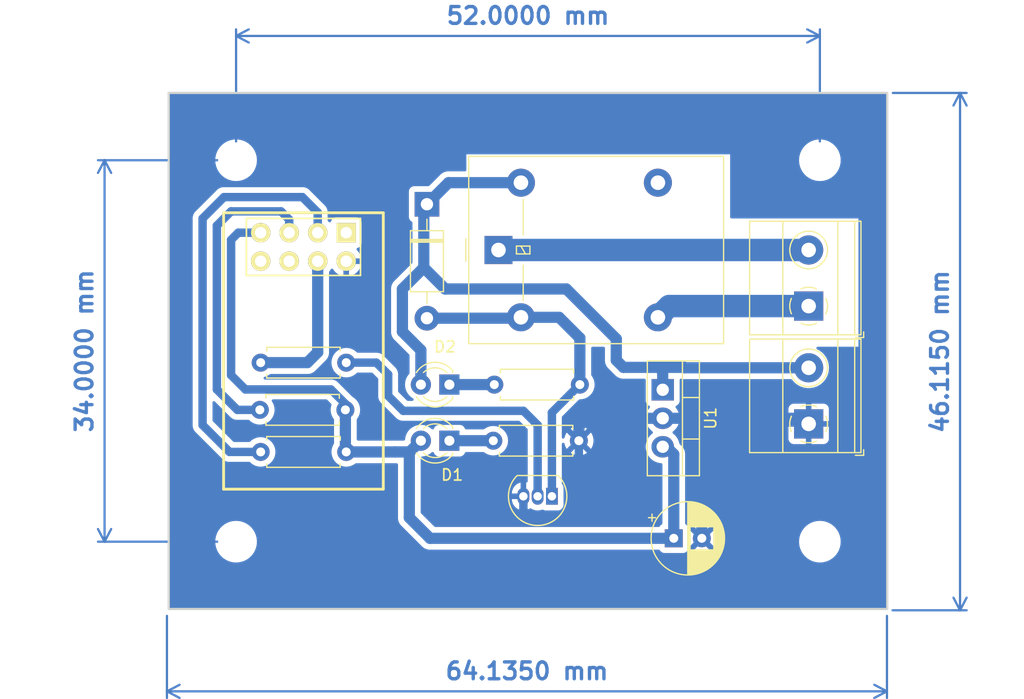
<source format=kicad_pcb>
(kicad_pcb (version 20221018) (generator pcbnew)
  (title_block (title "RELÉ WIFI CON ESP-01") (date "2023-09-06") (rev "1") (company "Lucas Martín Treser"))
  (layers (0 "F.Cu" signal) (31 "B.Cu" signal) (34 "B.Paste" user) (35 "F.Paste" user) (36 "B.SilkS" user "B.Silkscreen") (37 "F.SilkS" user "F.Silkscreen") (38 "B.Mask" user) (39 "F.Mask" user) (44 "Edge.Cuts" user))
  (net 0 "")
  (net 1 "+3.3V")
  (net 2 "GND")
  (net 3 "Net-(D1-K)")
  (net 4 "Net-(D2-K)")
  (net 5 "+12V")
  (net 6 "Net-(D3-A)")
  (net 7 "Net-(J2-Pin_1)")
  (net 8 "Net-(J2-Pin_2)")
  (net 9 "/TX")
  (net 10 "/RX")
  (net 13 "Net-(Q1-B)")
  (net 14 "/RST")
  (net 15 "Net-(U2-CH_PD)")
  (net 16 "/GPIO2")
  (footprint "Resistor_THT:R_Axial_DIN0207_L6.3mm_D2.5mm_P7.62mm_Horizontal" (layer "F.Cu") (at 149.0856 105.535 180)
    (fp_text reference "R3" hide)
    (fp_text value "470" hide)
    (fp_line (start 0.54 -1.37) (end 7.08 -1.37) (stroke (width 0.12)) (layer "F.SilkS"))
    (fp_line (start 0.54 -1.04) (end 0.54 -1.37) (stroke (width 0.12)) (layer "F.SilkS"))
    (fp_line (start 0.54 1.04) (end 0.54 1.37) (stroke (width 0.12)) (layer "F.SilkS"))
    (fp_line (start 0.54 1.37) (end 7.08 1.37) (stroke (width 0.12)) (layer "F.SilkS"))
    (fp_line (start 7.08 -1.37) (end 7.08 -1.04) (stroke (width 0.12)) (layer "F.SilkS"))
    (fp_line (start 7.08 1.37) (end 7.08 1.04) (stroke (width 0.12)) (layer "F.SilkS"))
    (pad "1" thru_hole circle (at 0 0 180) (size 1.6 1.6) (drill 0.8) (layers "*.Cu" "*.Mask") (net 2 "GND"))
    (pad "2" thru_hole oval (at 7.62 0 180) (size 1.6 1.6) (drill 0.8) (layers "*.Cu" "*.Mask") (net 3 "Net-(D1-K)"))
  )
  (footprint "MountingHole:MountingHole_3.2mm_M3" (layer "F.Cu") (at 170.554 80.535)
    (fp_text reference "REF02" hide)
    (fp_text value "MountingHole_3.2mm_M3" hide)
    (pad "" np_thru_hole circle (at 0 0) (size 3.2 3.2) (drill 3.2) (layers "*.Cu" "*.Mask"))
  )
  (footprint "MountingHole:MountingHole_3.2mm_M3" (layer "F.Cu") (at 170.554 114.535)
    (fp_text reference "REF03" hide)
    (fp_text value "MountingHole_3.2mm_M3" hide)
    (pad "" np_thru_hole circle (at 0 0) (size 3.2 3.2) (drill 3.2) (layers "F&B.Cu" "*.Mask"))
  )
  (footprint "TerminalBlock_Phoenix:TerminalBlock_Phoenix_MKDS-1,5-2_1x02_P5.00mm_Horizontal" (layer "F.Cu") (at 169.554 93.535 90)
    (fp_text reference "J2" hide)
    (fp_text value "Screw_Terminal_01x02" hide)
    (fp_line (start -2.8 4.16) (end -2.8 4.9) (stroke (width 0.12)) (layer "F.SilkS"))
    (fp_line (start -2.8 4.9) (end -2.3 4.9) (stroke (width 0.12)) (layer "F.SilkS"))
    (fp_line (start -2.56 -5.261) (end -2.56 4.66) (stroke (width 0.12)) (layer "F.SilkS"))
    (fp_line (start -2.56 -5.261) (end 7.56 -5.261) (stroke (width 0.12)) (layer "F.SilkS"))
    (fp_line (start -2.56 -2.301) (end 7.56 -2.301) (stroke (width 0.12)) (layer "F.SilkS"))
    (fp_line (start -2.56 2.6) (end 7.56 2.6) (stroke (width 0.12)) (layer "F.SilkS"))
    (fp_line (start -2.56 4.1) (end 7.56 4.1) (stroke (width 0.12)) (layer "F.SilkS"))
    (fp_line (start -2.56 4.66) (end 7.56 4.66) (stroke (width 0.12)) (layer "F.SilkS"))
    (fp_line (start 3.773 1.023) (end 3.726 1.069) (stroke (width 0.12)) (layer "F.SilkS"))
    (fp_line (start 3.966 1.239) (end 3.931 1.274) (stroke (width 0.12)) (layer "F.SilkS"))
    (fp_line (start 6.07 -1.275) (end 6.035 -1.239) (stroke (width 0.12)) (layer "F.SilkS"))
    (fp_line (start 6.275 -1.069) (end 6.228 -1.023) (stroke (width 0.12)) (layer "F.SilkS"))
    (fp_line (start 7.56 -5.261) (end 7.56 4.66) (stroke (width 0.12)) (layer "F.SilkS"))
    (fp_arc (start -1.535427 0.683042) (mid -1.680501 -0.000524) (end -1.535 -0.684) (stroke (width 0.12)) (layer "F.SilkS"))
    (fp_arc (start -0.683042 -1.535427) (mid 0.000524 -1.680501) (end 0.684 -1.535) (stroke (width 0.12)) (layer "F.SilkS"))
    (fp_arc (start 0.028805 1.680253) (mid -0.335551 1.646659) (end -0.684 1.535) (stroke (width 0.12)) (layer "F.SilkS"))
    (fp_arc (start 0.683318 1.534756) (mid 0.349292 1.643288) (end 0 1.68) (stroke (width 0.12)) (layer "F.SilkS"))
    (fp_arc (start 1.535427 -0.683042) (mid 1.680501 0.000524) (end 1.535 0.684) (stroke (width 0.12)) (layer "F.SilkS"))
    (fp_circle (center 5 0) (end 6.68 0) (stroke (width 0.12)) (fill none) (layer "F.SilkS"))
    (pad "1" thru_hole rect (at 0 0 90) (size 2.6 2.6) (drill 1.3) (layers "*.Cu" "*.Mask") (net 7 "Net-(J2-Pin_1)"))
    (pad "2" thru_hole circle (at 5 0 90) (size 2.6 2.6) (drill 1.3) (layers "*.Cu" "*.Mask") (net 8 "Net-(J2-Pin_2)"))
  )
  (footprint "Diode_THT:D_DO-41_SOD81_P10.16mm_Horizontal" (layer "F.Cu") (at 135.554 84.455 -90)
    (fp_text reference "D3" hide)
    (fp_text value "1N4007" hide)
    (fp_line (start 1.34 0) (end 2.36 0) (stroke (width 0.12)) (layer "F.SilkS"))
    (fp_line (start 2.36 -1.47) (end 2.36 1.47) (stroke (width 0.12)) (layer "F.SilkS"))
    (fp_line (start 2.36 1.47) (end 7.8 1.47) (stroke (width 0.12)) (layer "F.SilkS"))
    (fp_line (start 3.14 -1.47) (end 3.14 1.47) (stroke (width 0.12)) (layer "F.SilkS"))
    (fp_line (start 3.26 -1.47) (end 3.26 1.47) (stroke (width 0.12)) (layer "F.SilkS"))
    (fp_line (start 3.38 -1.47) (end 3.38 1.47) (stroke (width 0.12)) (layer "F.SilkS"))
    (fp_line (start 7.8 -1.47) (end 2.36 -1.47) (stroke (width 0.12)) (layer "F.SilkS"))
    (fp_line (start 7.8 1.47) (end 7.8 -1.47) (stroke (width 0.12)) (layer "F.SilkS"))
    (fp_line (start 8.82 0) (end 7.8 0) (stroke (width 0.12)) (layer "F.SilkS"))
    (pad "1" thru_hole rect (at 0 0 270) (size 2.2 2.2) (drill 1.1) (layers "*.Cu" "*.Mask") (net 5 "+12V"))
    (pad "2" thru_hole oval (at 10.16 0 270) (size 2.2 2.2) (drill 1.1) (layers "*.Cu" "*.Mask") (net 6 "Net-(D3-A)"))
  )
  (footprint "Package_TO_SOT_THT:TO-92_Inline" (layer "F.Cu") (at 146.685 110.49 180)
    (fp_text reference "Q1" hide)
    (fp_text value "BC548" hide)
    (fp_line (start -0.53 1.85) (end 3.07 1.85) (stroke (width 0.12)) (layer "F.SilkS"))
    (fp_arc (start -0.568478 1.838478) (mid -1.132087 -0.994977) (end 1.27 -2.6) (stroke (width 0.12)) (layer "F.SilkS"))
    (fp_arc (start 1.27 -2.6) (mid 3.672087 -0.994977) (end 3.108478 1.838478) (stroke (width 0.12)) (layer "F.SilkS"))
    (pad "1" thru_hole rect (at 0 0 180) (size 1.05 1.5) (drill 0.75) (layers "*.Cu" "*.Mask") (net 6 "Net-(D3-A)"))
    (pad "2" thru_hole oval (at 1.27 0 180) (size 1.05 1.5) (drill 0.75) (layers "*.Cu" "*.Mask") (net 13 "Net-(Q1-B)"))
    (pad "3" thru_hole oval (at 2.54 0 180) (size 1.05 1.5) (drill 0.75) (layers "*.Cu" "*.Mask") (net 2 "GND"))
  )
  (footprint "MountingHole:MountingHole_3.2mm_M3" (layer "F.Cu") (at 118.554 80.535)
    (fp_text reference "REF01" hide)
    (fp_text value "MountingHole_3.2mm_M3" hide)
    (pad "" np_thru_hole circle (at 0 0) (size 3.2 3.2) (drill 3.2) (layers "F&B.Cu" "*.Mask"))
  )
  (footprint "MountingHole:MountingHole_3.2mm_M3" (layer "F.Cu") (at 118.554 114.535)
    (fp_text reference "REF04" hide)
    (fp_text value "MountingHole_3.2mm_M3" hide)
    (pad "" np_thru_hole circle (at 0 0) (size 3.2 3.2) (drill 3.2) (layers "F&B.Cu" "*.Mask"))
  )
  (footprint "LED_THT:LED_D3.0mm" (layer "F.Cu") (at 137.554 105.535 180)
    (fp_text reference "D1" (at -0.241 -3.05) (layer "F.SilkS"))
    (fp_text value "LED" hide)
    (fp_line (start -0.29 -1.236) (end -0.29 -1.08) (stroke (width 0.12)) (layer "F.SilkS"))
    (fp_line (start -0.29 1.08) (end -0.29 1.236) (stroke (width 0.12)) (layer "F.SilkS"))
    (fp_arc (start -0.29 -1.235516) (mid 1.366487 -1.987659) (end 2.942335 -1.078608) (stroke (width 0.12)) (layer "F.SilkS"))
    (fp_arc (start 0.229039 -1.08) (mid 1.270117 -1.5) (end 2.31113 -1.079837) (stroke (width 0.12)) (layer "F.SilkS"))
    (fp_arc (start 2.31113 1.079837) (mid 1.270117 1.5) (end 0.229039 1.08) (stroke (width 0.12)) (layer "F.SilkS"))
    (fp_arc (start 2.942335 1.078608) (mid 1.366487 1.987659) (end -0.29 1.235516) (stroke (width 0.12)) (layer "F.SilkS"))
    (pad "1" thru_hole rect (at 0 0 180) (size 1.8 1.8) (drill 0.9) (layers "*.Cu" "*.Mask") (net 3 "Net-(D1-K)"))
    (pad "2" thru_hole circle (at 2.54 0 180) (size 1.8 1.8) (drill 0.9) (layers "*.Cu" "*.Mask") (net 1 "+3.3V"))
  )
  (footprint "Resistor_THT:R_Axial_DIN0207_L6.3mm_D2.5mm_P7.62mm_Horizontal" (layer "F.Cu") (at 120.744 98.576)
    (fp_text reference "R4" hide)
    (fp_text value "3k3" hide)
    (fp_line (start 0.54 -1.37) (end 7.08 -1.37) (stroke (width 0.12)) (layer "F.SilkS"))
    (fp_line (start 0.54 -1.04) (end 0.54 -1.37) (stroke (width 0.12)) (layer "F.SilkS"))
    (fp_line (start 0.54 1.04) (end 0.54 1.37) (stroke (width 0.12)) (layer "F.SilkS"))
    (fp_line (start 0.54 1.37) (end 7.08 1.37) (stroke (width 0.12)) (layer "F.SilkS"))
    (fp_line (start 7.08 -1.37) (end 7.08 -1.04) (stroke (width 0.12)) (layer "F.SilkS"))
    (fp_line (start 7.08 1.37) (end 7.08 1.04) (stroke (width 0.12)) (layer "F.SilkS"))
    (pad "1" thru_hole circle (at 0 0) (size 1.6 1.6) (drill 0.8) (layers "*.Cu" "*.Mask") (net 16 "/GPIO2"))
    (pad "2" thru_hole oval (at 7.62 0) (size 1.6 1.6) (drill 0.8) (layers "*.Cu" "*.Mask") (net 13 "Net-(Q1-B)"))
  )
  (footprint "TerminalBlock_Phoenix:TerminalBlock_Phoenix_MKDS-1,5-2_1x02_P5.00mm_Horizontal" (layer "F.Cu") (at 169.554 104.035 90)
    (fp_text reference "J1" hide)
    (fp_text value "Screw_Terminal_01x02" hide)
    (fp_line (start -2.8 4.16) (end -2.8 4.9) (stroke (width 0.12)) (layer "F.SilkS"))
    (fp_line (start -2.8 4.9) (end -2.3 4.9) (stroke (width 0.12)) (layer "F.SilkS"))
    (fp_line (start -2.56 -5.261) (end -2.56 4.66) (stroke (width 0.12)) (layer "F.SilkS"))
    (fp_line (start -2.56 -5.261) (end 7.56 -5.261) (stroke (width 0.12)) (layer "F.SilkS"))
    (fp_line (start -2.56 -2.301) (end 7.56 -2.301) (stroke (width 0.12)) (layer "F.SilkS"))
    (fp_line (start -2.56 2.6) (end 7.56 2.6) (stroke (width 0.12)) (layer "F.SilkS"))
    (fp_line (start -2.56 4.1) (end 7.56 4.1) (stroke (width 0.12)) (layer "F.SilkS"))
    (fp_line (start -2.56 4.66) (end 7.56 4.66) (stroke (width 0.12)) (layer "F.SilkS"))
    (fp_line (start 3.773 1.023) (end 3.726 1.069) (stroke (width 0.12)) (layer "F.SilkS"))
    (fp_line (start 3.966 1.239) (end 3.931 1.274) (stroke (width 0.12)) (layer "F.SilkS"))
    (fp_line (start 6.07 -1.275) (end 6.035 -1.239) (stroke (width 0.12)) (layer "F.SilkS"))
    (fp_line (start 6.275 -1.069) (end 6.228 -1.023) (stroke (width 0.12)) (layer "F.SilkS"))
    (fp_line (start 7.56 -5.261) (end 7.56 4.66) (stroke (width 0.12)) (layer "F.SilkS"))
    (fp_arc (start -1.535427 0.683042) (mid -1.680501 -0.000524) (end -1.535 -0.684) (stroke (width 0.12)) (layer "F.SilkS"))
    (fp_arc (start -0.683042 -1.535427) (mid 0.000524 -1.680501) (end 0.684 -1.535) (stroke (width 0.12)) (layer "F.SilkS"))
    (fp_arc (start 0.028805 1.680253) (mid -0.335551 1.646659) (end -0.684 1.535) (stroke (width 0.12)) (layer "F.SilkS"))
    (fp_arc (start 0.683318 1.534756) (mid 0.349292 1.643288) (end 0 1.68) (stroke (width 0.12)) (layer "F.SilkS"))
    (fp_arc (start 1.535427 -0.683042) (mid 1.680501 0.000524) (end 1.535 0.684) (stroke (width 0.12)) (layer "F.SilkS"))
    (fp_circle (center 5 0) (end 6.68 0) (stroke (width 0.12)) (fill none) (layer "F.SilkS"))
    (pad "1" thru_hole rect (at 0 0 90) (size 2.6 2.6) (drill 1.3) (layers "*.Cu" "*.Mask") (net 2 "GND"))
    (pad "2" thru_hole circle (at 5 0 90) (size 2.6 2.6) (drill 1.3) (layers "*.Cu" "*.Mask") (net 5 "+12V"))
  )
  (footprint "Resistor_THT:R_Axial_DIN0207_L6.3mm_D2.5mm_P7.62mm_Horizontal" (layer "F.Cu") (at 128.364 106.535 180)
    (fp_text reference "R2" hide)
    (fp_text value "3k3" hide)
    (fp_line (start 0.54 -1.37) (end 7.08 -1.37) (stroke (width 0.12)) (layer "F.SilkS"))
    (fp_line (start 0.54 -1.04) (end 0.54 -1.37) (stroke (width 0.12)) (layer "F.SilkS"))
    (fp_line (start 0.54 1.04) (end 0.54 1.37) (stroke (width 0.12)) (layer "F.SilkS"))
    (fp_line (start 0.54 1.37) (end 7.08 1.37) (stroke (width 0.12)) (layer "F.SilkS"))
    (fp_line (start 7.08 -1.37) (end 7.08 -1.04) (stroke (width 0.12)) (layer "F.SilkS"))
    (fp_line (start 7.08 1.37) (end 7.08 1.04) (stroke (width 0.12)) (layer "F.SilkS"))
    (pad "1" thru_hole circle (at 0 0 180) (size 1.6 1.6) (drill 0.8) (layers "*.Cu" "*.Mask") (net 1 "+3.3V"))
    (pad "2" thru_hole oval (at 7.62 0 180) (size 1.6 1.6) (drill 0.8) (layers "*.Cu" "*.Mask") (net 15 "Net-(U2-CH_PD)"))
  )
  (footprint "LED_THT:LED_D3.0mm" (layer "F.Cu") (at 137.554 100.535 180)
    (fp_text reference "D2" (at 0.394 3.38) (layer "F.SilkS"))
    (fp_text value "LED" hide)
    (fp_line (start -0.29 -1.236) (end -0.29 -1.08) (stroke (width 0.12)) (layer "F.SilkS"))
    (fp_line (start -0.29 1.08) (end -0.29 1.236) (stroke (width 0.12)) (layer "F.SilkS"))
    (fp_arc (start -0.29 -1.235516) (mid 1.366487 -1.987659) (end 2.942335 -1.078608) (stroke (width 0.12)) (layer "F.SilkS"))
    (fp_arc (start 0.229039 -1.08) (mid 1.270117 -1.5) (end 2.31113 -1.079837) (stroke (width 0.12)) (layer "F.SilkS"))
    (fp_arc (start 2.31113 1.079837) (mid 1.270117 1.5) (end 0.229039 1.08) (stroke (width 0.12)) (layer "F.SilkS"))
    (fp_arc (start 2.942335 1.078608) (mid 1.366487 1.987659) (end -0.29 1.235516) (stroke (width 0.12)) (layer "F.SilkS"))
    (pad "1" thru_hole rect (at 0 0 180) (size 1.8 1.8) (drill 0.9) (layers "*.Cu" "*.Mask") (net 4 "Net-(D2-K)"))
    (pad "2" thru_hole circle (at 2.54 0 180) (size 1.8 1.8) (drill 0.9) (layers "*.Cu" "*.Mask") (net 5 "+12V"))
  )
  (footprint "ESP8266:ESP-01" (layer "F.Cu") (at 128.364 86.994 -90)
    (fp_text reference "U2" hide)
    (fp_text value "ESP-01v090" hide)
    (fp_line (start -1.778 -3.302) (end 22.86 -3.302) (stroke (width 0.254)) (layer "F.SilkS"))
    (fp_line (start -1.778 10.922) (end -1.778 -3.302) (stroke (width 0.254)) (layer "F.SilkS"))
    (fp_line (start -1.27 -1.27) (end -1.27 1.27) (stroke (width 0.1524)) (layer "F.SilkS"))
    (fp_line (start -1.27 1.27) (end -1.27 8.89) (stroke (width 0.1524)) (layer "F.SilkS"))
    (fp_line (start -1.27 8.89) (end 3.81 8.89) (stroke (width 0.1524)) (layer "F.SilkS"))
    (fp_line (start 1.27 -1.27) (end -1.27 -1.27) (stroke (width 0.1524)) (layer "F.SilkS"))
    (fp_line (start 3.81 -1.27) (end 1.27 -1.27) (stroke (width 0.1524)) (layer "F.SilkS"))
    (fp_line (start 3.81 8.89) (end 3.81 -1.27) (stroke (width 0.1524)) (layer "F.SilkS"))
    (fp_line (start 22.86 -3.302) (end 22.86 10.922) (stroke (width 0.254)) (layer "F.SilkS"))
    (fp_line (start 22.86 10.922) (end -1.778 10.922) (stroke (width 0.254)) (layer "F.SilkS"))
    (pad "1" thru_hole rect (at 0 0 270) (size 1.7272 1.7272) (drill 1.016) (layers "*.Cu" "*.Mask" "F.SilkS") (net 9 "/TX"))
    (pad "2" thru_hole oval (at 2.54 0 270) (size 1.7272 1.7272) (drill 1.016) (layers "*.Cu" "*.Mask" "F.SilkS") (net 2 "GND"))
    (pad "3" thru_hole oval (at 0 2.54 270) (size 1.7272 1.7272) (drill 1.016) (layers "*.Cu" "*.Mask" "F.SilkS") (net 15 "Net-(U2-CH_PD)"))
    (pad "4" thru_hole oval (at 2.54 2.54 270) (size 1.7272 1.7272) (drill 1.016) (layers "*.Cu" "*.Mask" "F.SilkS") (net 16 "/GPIO2"))
    (pad "5" thru_hole oval (at 0 5.08 270) (size 1.7272 1.7272) (drill 1.016) (layers "*.Cu" "*.Mask" "F.SilkS") (net 14 "/RST"))
    (pad "6" thru_hole oval (at 2.54 5.08 270) (size 1.7272 1.7272) (drill 1.016) (layers "*.Cu" "*.Mask" "F.SilkS"))
    (pad "7" thru_hole oval (at 0 7.62 270) (size 1.7272 1.7272) (drill 1.016) (layers "*.Cu" "*.Mask" "F.SilkS") (net 1 "+3.3V"))
    (pad "8" thru_hole oval (at 2.54 7.62 270) (size 1.7272 1.7272) (drill 1.016) (layers "*.Cu" "*.Mask" "F.SilkS") (net 10 "/RX"))
  )
  (footprint "Capacitor_THT:CP_Radial_D6.3mm_P2.50mm" (layer "F.Cu") (at 157.539 114.235)
    (fp_text reference "C1" hide)
    (fp_text value "25uF" hide)
    (fp_line (start -2.250241 -1.839) (end -1.620241 -1.839) (stroke (width 0.12)) (layer "F.SilkS"))
    (fp_line (start -1.935241 -2.154) (end -1.935241 -1.524) (stroke (width 0.12)) (layer "F.SilkS"))
    (fp_line (start 1.25 -3.23) (end 1.25 3.23) (stroke (width 0.12)) (layer "F.SilkS"))
    (fp_line (start 1.29 -3.23) (end 1.29 3.23) (stroke (width 0.12)) (layer "F.SilkS"))
    (fp_line (start 1.33 -3.23) (end 1.33 3.23) (stroke (width 0.12)) (layer "F.SilkS"))
    (fp_line (start 1.37 -3.228) (end 1.37 3.228) (stroke (width 0.12)) (layer "F.SilkS"))
    (fp_line (start 1.41 -3.227) (end 1.41 3.227) (stroke (width 0.12)) (layer "F.SilkS"))
    (fp_line (start 1.45 -3.224) (end 1.45 3.224) (stroke (width 0.12)) (layer "F.SilkS"))
    (fp_line (start 1.49 -3.222) (end 1.49 -1.04) (stroke (width 0.12)) (layer "F.SilkS"))
    (fp_line (start 1.49 1.04) (end 1.49 3.222) (stroke (width 0.12)) (layer "F.SilkS"))
    (fp_line (start 1.53 -3.218) (end 1.53 -1.04) (stroke (width 0.12)) (layer "F.SilkS"))
    (fp_line (start 1.53 1.04) (end 1.53 3.218) (stroke (width 0.12)) (layer "F.SilkS"))
    (fp_line (start 1.57 -3.215) (end 1.57 -1.04) (stroke (width 0.12)) (layer "F.SilkS"))
    (fp_line (start 1.57 1.04) (end 1.57 3.215) (stroke (width 0.12)) (layer "F.SilkS"))
    (fp_line (start 1.61 -3.211) (end 1.61 -1.04) (stroke (width 0.12)) (layer "F.SilkS"))
    (fp_line (start 1.61 1.04) (end 1.61 3.211) (stroke (width 0.12)) (layer "F.SilkS"))
    (fp_line (start 1.65 -3.206) (end 1.65 -1.04) (stroke (width 0.12)) (layer "F.SilkS"))
    (fp_line (start 1.65 1.04) (end 1.65 3.206) (stroke (width 0.12)) (layer "F.SilkS"))
    (fp_line (start 1.69 -3.201) (end 1.69 -1.04) (stroke (width 0.12)) (layer "F.SilkS"))
    (fp_line (start 1.69 1.04) (end 1.69 3.201) (stroke (width 0.12)) (layer "F.SilkS"))
    (fp_line (start 1.73 -3.195) (end 1.73 -1.04) (stroke (width 0.12)) (layer "F.SilkS"))
    (fp_line (start 1.73 1.04) (end 1.73 3.195) (stroke (width 0.12)) (layer "F.SilkS"))
    (fp_line (start 1.77 -3.189) (end 1.77 -1.04) (stroke (width 0.12)) (layer "F.SilkS"))
    (fp_line (start 1.77 1.04) (end 1.77 3.189) (stroke (width 0.12)) (layer "F.SilkS"))
    (fp_line (start 1.81 -3.182) (end 1.81 -1.04) (stroke (width 0.12)) (layer "F.SilkS"))
    (fp_line (start 1.81 1.04) (end 1.81 3.182) (stroke (width 0.12)) (layer "F.SilkS"))
    (fp_line (start 1.85 -3.175) (end 1.85 -1.04) (stroke (width 0.12)) (layer "F.SilkS"))
    (fp_line (start 1.85 1.04) (end 1.85 3.175) (stroke (width 0.12)) (layer "F.SilkS"))
    (fp_line (start 1.89 -3.167) (end 1.89 -1.04) (stroke (width 0.12)) (layer "F.SilkS"))
    (fp_line (start 1.89 1.04) (end 1.89 3.167) (stroke (width 0.12)) (layer "F.SilkS"))
    (fp_line (start 1.93 -3.159) (end 1.93 -1.04) (stroke (width 0.12)) (layer "F.SilkS"))
    (fp_line (start 1.93 1.04) (end 1.93 3.159) (stroke (width 0.12)) (layer "F.SilkS"))
    (fp_line (start 1.971 -3.15) (end 1.971 -1.04) (stroke (width 0.12)) (layer "F.SilkS"))
    (fp_line (start 1.971 1.04) (end 1.971 3.15) (stroke (width 0.12)) (layer "F.SilkS"))
    (fp_line (start 2.011 -3.141) (end 2.011 -1.04) (stroke (width 0.12)) (layer "F.SilkS"))
    (fp_line (start 2.011 1.04) (end 2.011 3.141) (stroke (width 0.12)) (layer "F.SilkS"))
    (fp_line (start 2.051 -3.131) (end 2.051 -1.04) (stroke (width 0.12)) (layer "F.SilkS"))
    (fp_line (start 2.051 1.04) (end 2.051 3.131) (stroke (width 0.12)) (layer "F.SilkS"))
    (fp_line (start 2.091 -3.121) (end 2.091 -1.04) (stroke (width 0.12)) (layer "F.SilkS"))
    (fp_line (start 2.091 1.04) (end 2.091 3.121) (stroke (width 0.12)) (layer "F.SilkS"))
    (fp_line (start 2.131 -3.11) (end 2.131 -1.04) (stroke (width 0.12)) (layer "F.SilkS"))
    (fp_line (start 2.131 1.04) (end 2.131 3.11) (stroke (width 0.12)) (layer "F.SilkS"))
    (fp_line (start 2.171 -3.098) (end 2.171 -1.04) (stroke (width 0.12)) (layer "F.SilkS"))
    (fp_line (start 2.171 1.04) (end 2.171 3.098) (stroke (width 0.12)) (layer "F.SilkS"))
    (fp_line (start 2.211 -3.086) (end 2.211 -1.04) (stroke (width 0.12)) (layer "F.SilkS"))
    (fp_line (start 2.211 1.04) (end 2.211 3.086) (stroke (width 0.12)) (layer "F.SilkS"))
    (fp_line (start 2.251 -3.074) (end 2.251 -1.04) (stroke (width 0.12)) (layer "F.SilkS"))
    (fp_line (start 2.251 1.04) (end 2.251 3.074) (stroke (width 0.12)) (layer "F.SilkS"))
    (fp_line (start 2.291 -3.061) (end 2.291 -1.04) (stroke (width 0.12)) (layer "F.SilkS"))
    (fp_line (start 2.291 1.04) (end 2.291 3.061) (stroke (width 0.12)) (layer "F.SilkS"))
    (fp_line (start 2.331 -3.047) (end 2.331 -1.04) (stroke (width 0.12)) (layer "F.SilkS"))
    (fp_line (start 2.331 1.04) (end 2.331 3.047) (stroke (width 0.12)) (layer "F.SilkS"))
    (fp_line (start 2.371 -3.033) (end 2.371 -1.04) (stroke (width 0.12)) (layer "F.SilkS"))
    (fp_line (start 2.371 1.04) (end 2.371 3.033) (stroke (width 0.12)) (layer "F.SilkS"))
    (fp_line (start 2.411 -3.018) (end 2.411 -1.04) (stroke (width 0.12)) (layer "F.SilkS"))
    (fp_line (start 2.411 1.04) (end 2.411 3.018) (stroke (width 0.12)) (layer "F.SilkS"))
    (fp_line (start 2.451 -3.002) (end 2.451 -1.04) (stroke (width 0.12)) (layer "F.SilkS"))
    (fp_line (start 2.451 1.04) (end 2.451 3.002) (stroke (width 0.12)) (layer "F.SilkS"))
    (fp_line (start 2.491 -2.986) (end 2.491 -1.04) (stroke (width 0.12)) (layer "F.SilkS"))
    (fp_line (start 2.491 1.04) (end 2.491 2.986) (stroke (width 0.12)) (layer "F.SilkS"))
    (fp_line (start 2.531 -2.97) (end 2.531 -1.04) (stroke (width 0.12)) (layer "F.SilkS"))
    (fp_line (start 2.531 1.04) (end 2.531 2.97) (stroke (width 0.12)) (layer "F.SilkS"))
    (fp_line (start 2.571 -2.952) (end 2.571 -1.04) (stroke (width 0.12)) (layer "F.SilkS"))
    (fp_line (start 2.571 1.04) (end 2.571 2.952) (stroke (width 0.12)) (layer "F.SilkS"))
    (fp_line (start 2.611 -2.934) (end 2.611 -1.04) (stroke (width 0.12)) (layer "F.SilkS"))
    (fp_line (start 2.611 1.04) (end 2.611 2.934) (stroke (width 0.12)) (layer "F.SilkS"))
    (fp_line (start 2.651 -2.916) (end 2.651 -1.04) (stroke (width 0.12)) (layer "F.SilkS"))
    (fp_line (start 2.651 1.04) (end 2.651 2.916) (stroke (width 0.12)) (layer "F.SilkS"))
    (fp_line (start 2.691 -2.896) (end 2.691 -1.04) (stroke (width 0.12)) (layer "F.SilkS"))
    (fp_line (start 2.691 1.04) (end 2.691 2.896) (stroke (width 0.12)) (layer "F.SilkS"))
    (fp_line (start 2.731 -2.876) (end 2.731 -1.04) (stroke (width 0.12)) (layer "F.SilkS"))
    (fp_line (start 2.731 1.04) (end 2.731 2.876) (stroke (width 0.12)) (layer "F.SilkS"))
    (fp_line (start 2.771 -2.856) (end 2.771 -1.04) (stroke (width 0.12)) (layer "F.SilkS"))
    (fp_line (start 2.771 1.04) (end 2.771 2.856) (stroke (width 0.12)) (layer "F.SilkS"))
    (fp_line (start 2.811 -2.834) (end 2.811 -1.04) (stroke (width 0.12)) (layer "F.SilkS"))
    (fp_line (start 2.811 1.04) (end 2.811 2.834) (stroke (width 0.12)) (layer "F.SilkS"))
    (fp_line (start 2.851 -2.812) (end 2.851 -1.04) (stroke (width 0.12)) (layer "F.SilkS"))
    (fp_line (start 2.851 1.04) (end 2.851 2.812) (stroke (width 0.12)) (layer "F.SilkS"))
    (fp_line (start 2.891 -2.79) (end 2.891 -1.04) (stroke (width 0.12)) (layer "F.SilkS"))
    (fp_line (start 2.891 1.04) (end 2.891 2.79) (stroke (width 0.12)) (layer "F.SilkS"))
    (fp_line (start 2.931 -2.766) (end 2.931 -1.04) (stroke (width 0.12)) (layer "F.SilkS"))
    (fp_line (start 2.931 1.04) (end 2.931 2.766) (stroke (width 0.12)) (layer "F.SilkS"))
    (fp_line (start 2.971 -2.742) (end 2.971 -1.04) (stroke (width 0.12)) (layer "F.SilkS"))
    (fp_line (start 2.971 1.04) (end 2.971 2.742) (stroke (width 0.12)) (layer "F.SilkS"))
    (fp_line (start 3.011 -2.716) (end 3.011 -1.04) (stroke (width 0.12)) (layer "F.SilkS"))
    (fp_line (start 3.011 1.04) (end 3.011 2.716) (stroke (width 0.12)) (layer "F.SilkS"))
    (fp_line (start 3.051 -2.69) (end 3.051 -1.04) (stroke (width 0.12)) (layer "F.SilkS"))
    (fp_line (start 3.051 1.04) (end 3.051 2.69) (stroke (width 0.12)) (layer "F.SilkS"))
    (fp_line (start 3.091 -2.664) (end 3.091 -1.04) (stroke (width 0.12)) (layer "F.SilkS"))
    (fp_line (start 3.091 1.04) (end 3.091 2.664) (stroke (width 0.12)) (layer "F.SilkS"))
    (fp_line (start 3.131 -2.636) (end 3.131 -1.04) (stroke (width 0.12)) (layer "F.SilkS"))
    (fp_line (start 3.131 1.04) (end 3.131 2.636) (stroke (width 0.12)) (layer "F.SilkS"))
    (fp_line (start 3.171 -2.607) (end 3.171 -1.04) (stroke (width 0.12)) (layer "F.SilkS"))
    (fp_line (start 3.171 1.04) (end 3.171 2.607) (stroke (width 0.12)) (layer "F.SilkS"))
    (fp_line (start 3.211 -2.578) (end 3.211 -1.04) (stroke (width 0.12)) (layer "F.SilkS"))
    (fp_line (start 3.211 1.04) (end 3.211 2.578) (stroke (width 0.12)) (layer "F.SilkS"))
    (fp_line (start 3.251 -2.548) (end 3.251 -1.04) (stroke (width 0.12)) (layer "F.SilkS"))
    (fp_line (start 3.251 1.04) (end 3.251 2.548) (stroke (width 0.12)) (layer "F.SilkS"))
    (fp_line (start 3.291 -2.516) (end 3.291 -1.04) (stroke (width 0.12)) (layer "F.SilkS"))
    (fp_line (start 3.291 1.04) (end 3.291 2.516) (stroke (width 0.12)) (layer "F.SilkS"))
    (fp_line (start 3.331 -2.484) (end 3.331 -1.04) (stroke (width 0.12)) (layer "F.SilkS"))
    (fp_line (start 3.331 1.04) (end 3.331 2.484) (stroke (width 0.12)) (layer "F.SilkS"))
    (fp_line (start 3.371 -2.45) (end 3.371 -1.04) (stroke (width 0.12)) (layer "F.SilkS"))
    (fp_line (start 3.371 1.04) (end 3.371 2.45) (stroke (width 0.12)) (layer "F.SilkS"))
    (fp_line (start 3.411 -2.416) (end 3.411 -1.04) (stroke (width 0.12)) (layer "F.SilkS"))
    (fp_line (start 3.411 1.04) (end 3.411 2.416) (stroke (width 0.12)) (layer "F.SilkS"))
    (fp_line (start 3.451 -2.38) (end 3.451 -1.04) (stroke (width 0.12)) (layer "F.SilkS"))
    (fp_line (start 3.451 1.04) (end 3.451 2.38) (stroke (width 0.12)) (layer "F.SilkS"))
    (fp_line (start 3.491 -2.343) (end 3.491 -1.04) (stroke (width 0.12)) (layer "F.SilkS"))
    (fp_line (start 3.491 1.04) (end 3.491 2.343) (stroke (width 0.12)) (layer "F.SilkS"))
    (fp_line (start 3.531 -2.305) (end 3.531 -1.04) (stroke (width 0.12)) (layer "F.SilkS"))
    (fp_line (start 3.531 1.04) (end 3.531 2.305) (stroke (width 0.12)) (layer "F.SilkS"))
    (fp_line (start 3.571 -2.265) (end 3.571 2.265) (stroke (width 0.12)) (layer "F.SilkS"))
    (fp_line (start 3.611 -2.224) (end 3.611 2.224) (stroke (width 0.12)) (layer "F.SilkS"))
    (fp_line (start 3.651 -2.182) (end 3.651 2.182) (stroke (width 0.12)) (layer "F.SilkS"))
    (fp_line (start 3.691 -2.137) (end 3.691 2.137) (stroke (width 0.12)) (layer "F.SilkS"))
    (fp_line (start 3.731 -2.092) (end 3.731 2.092) (stroke (width 0.12)) (layer "F.SilkS"))
    (fp_line (start 3.771 -2.044) (end 3.771 2.044) (stroke (width 0.12)) (layer "F.SilkS"))
    (fp_line (start 3.811 -1.995) (end 3.811 1.995) (stroke (width 0.12)) (layer "F.SilkS"))
    (fp_line (start 3.851 -1.944) (end 3.851 1.944) (stroke (width 0.12)) (layer "F.SilkS"))
    (fp_line (start 3.891 -1.89) (end 3.891 1.89) (stroke (width 0.12)) (layer "F.SilkS"))
    (fp_line (start 3.931 -1.834) (end 3.931 1.834) (stroke (width 0.12)) (layer "F.SilkS"))
    (fp_line (start 3.971 -1.776) (end 3.971 1.776) (stroke (width 0.12)) (layer "F.SilkS"))
    (fp_line (start 4.011 -1.714) (end 4.011 1.714) (stroke (width 0.12)) (layer "F.SilkS"))
    (fp_line (start 4.051 -1.65) (end 4.051 1.65) (stroke (width 0.12)) (layer "F.SilkS"))
    (fp_line (start 4.091 -1.581) (end 4.091 1.581) (stroke (width 0.12)) (layer "F.SilkS"))
    (fp_line (start 4.131 -1.509) (end 4.131 1.509) (stroke (width 0.12)) (layer "F.SilkS"))
    (fp_line (start 4.171 -1.432) (end 4.171 1.432) (stroke (width 0.12)) (layer "F.SilkS"))
    (fp_line (start 4.211 -1.35) (end 4.211 1.35) (stroke (width 0.12)) (layer "F.SilkS"))
    (fp_line (start 4.251 -1.262) (end 4.251 1.262) (stroke (width 0.12)) (layer "F.SilkS"))
    (fp_line (start 4.291 -1.165) (end 4.291 1.165) (stroke (width 0.12)) (layer "F.SilkS"))
    (fp_line (start 4.331 -1.059) (end 4.331 1.059) (stroke (width 0.12)) (layer "F.SilkS"))
    (fp_line (start 4.371 -0.94) (end 4.371 0.94) (stroke (width 0.12)) (layer "F.SilkS"))
    (fp_line (start 4.411 -0.802) (end 4.411 0.802) (stroke (width 0.12)) (layer "F.SilkS"))
    (fp_line (start 4.451 -0.633) (end 4.451 0.633) (stroke (width 0.12)) (layer "F.SilkS"))
    (fp_line (start 4.491 -0.402) (end 4.491 0.402) (stroke (width 0.12)) (layer "F.SilkS"))
    (fp_circle (center 1.25 0) (end 4.52 0) (stroke (width 0.12)) (fill none) (layer "F.SilkS"))
    (pad "1" thru_hole rect (at 0 0) (size 1.6 1.6) (drill 0.8) (layers "*.Cu" "*.Mask") (net 1 "+3.3V"))
    (pad "2" thru_hole circle (at 2.5 0) (size 1.6 1.6) (drill 0.8) (layers "*.Cu" "*.Mask") (net 2 "GND"))
  )
  (footprint "Relay_THT:Relay_SPDT_Omron-G5LE-1" (layer "F.Cu") (at 141.9265 88.535 90)
    (fp_text reference "K1" hide)
    (fp_text value "G5LE-1" hide)
    (fp_line (start -8.35 -2.65) (end -8.35 20.05) (stroke (width 0.12)) (layer "F.SilkS"))
    (fp_line (start -8.35 20.05) (end 8.35 20.05) (stroke (width 0.12)) (layer "F.SilkS"))
    (fp_line (start -4.5 2.2) (end -1.35 2.2) (stroke (width 0.12)) (layer "F.SilkS"))
    (fp_line (start -1 -2.91) (end 1 -2.91) (stroke (width 0.12)) (layer "F.SilkS"))
    (fp_line (start -0.35 1.6) (end -0.35 2.8) (stroke (width 0.12)) (layer "F.SilkS"))
    (fp_line (start -0.35 2.4) (end 0.35 2) (stroke (width 0.12)) (layer "F.SilkS"))
    (fp_line (start -0.35 2.8) (end 0.35 2.8) (stroke (width 0.12)) (layer "F.SilkS"))
    (fp_line (start 0.35 1.6) (end -0.35 1.6) (stroke (width 0.12)) (layer "F.SilkS"))
    (fp_line (start 0.35 2.8) (end 0.35 1.6) (stroke (width 0.12)) (layer "F.SilkS"))
    (fp_line (start 1.35 2.2) (end 4.5 2.2) (stroke (width 0.12)) (layer "F.SilkS"))
    (fp_line (start 8.35 -2.65) (end -8.35 -2.65) (stroke (width 0.12)) (layer "F.SilkS"))
    (fp_line (start 8.35 20.05) (end 8.35 -2.65) (stroke (width 0.12)) (layer "F.SilkS"))
    (pad "1" thru_hole rect (at 0 0 90) (size 2.5 2.5) (drill 1.3) (layers "*.Cu" "*.Mask") (net 8 "Net-(J2-Pin_2)"))
    (pad "2" thru_hole oval (at -6 2 90) (size 2.5 2.5) (drill 1.3) (layers "*.Cu" "*.Mask") (net 6 "Net-(D3-A)"))
    (pad "3" thru_hole oval (at -6 14.2 90) (size 2.5 2.5) (drill 1.3) (layers "*.Cu" "*.Mask") (net 7 "Net-(J2-Pin_1)"))
    (pad "4" thru_hole oval (at 6 14.2 90) (size 2.5 2.5) (drill 1.3) (layers "*.Cu" "*.Mask"))
    (pad "5" thru_hole oval (at 6 2 90) (size 2.5 2.5) (drill 1.3) (layers "*.Cu" "*.Mask") (net 5 "+12V"))
  )
  (footprint "Package_TO_SOT_THT:TO-220-3_Vertical" (layer "F.Cu") (at 156.554 100.995 -90)
    (fp_text reference "U1" (at 2.54 -4.27 90) (layer "F.SilkS"))
    (fp_text value "AZ1117T" hide)
    (fp_line (start -2.58 -3.27) (end -2.58 1.371) (stroke (width 0.12)) (layer "F.SilkS"))
    (fp_line (start -2.58 -3.27) (end 7.66 -3.27) (stroke (width 0.12)) (layer "F.SilkS"))
    (fp_line (start -2.58 -1.76) (end 7.66 -1.76) (stroke (width 0.12)) (layer "F.SilkS"))
    (fp_line (start -2.58 1.371) (end 7.66 1.371) (stroke (width 0.12)) (layer "F.SilkS"))
    (fp_line (start 0.69 -3.27) (end 0.69 -1.76) (stroke (width 0.12)) (layer "F.SilkS"))
    (fp_line (start 4.391 -3.27) (end 4.391 -1.76) (stroke (width 0.12)) (layer "F.SilkS"))
    (fp_line (start 7.66 -3.27) (end 7.66 1.371) (stroke (width 0.12)) (layer "F.SilkS"))
    (pad "1" thru_hole rect (at 0 0 270) (size 1.905 2) (drill 1.1) (layers "*.Cu" "*.Mask") (net 5 "+12V"))
    (pad "2" thru_hole oval (at 2.54 0 270) (size 1.905 2) (drill 1.1) (layers "*.Cu" "*.Mask") (net 2 "GND"))
    (pad "3" thru_hole oval (at 5.08 0 270) (size 1.905 2) (drill 1.1) (layers "*.Cu" "*.Mask") (net 1 "+3.3V"))
  )
  (footprint "Resistor_THT:R_Axial_DIN0207_L6.3mm_D2.5mm_P7.62mm_Horizontal" (layer "F.Cu") (at 141.554 100.535)
    (fp_text reference "R5" hide)
    (fp_text value "470" hide)
    (fp_line (start 0.54 -1.37) (end 7.08 -1.37) (stroke (width 0.12)) (layer "F.SilkS"))
    (fp_line (start 0.54 -1.04) (end 0.54 -1.37) (stroke (width 0.12)) (layer "F.SilkS"))
    (fp_line (start 0.54 1.04) (end 0.54 1.37) (stroke (width 0.12)) (layer "F.SilkS"))
    (fp_line (start 0.54 1.37) (end 7.08 1.37) (stroke (width 0.12)) (layer "F.SilkS"))
    (fp_line (start 7.08 -1.37) (end 7.08 -1.04) (stroke (width 0.12)) (layer "F.SilkS"))
    (fp_line (start 7.08 1.37) (end 7.08 1.04) (stroke (width 0.12)) (layer "F.SilkS"))
    (pad "1" thru_hole circle (at 0 0) (size 1.6 1.6) (drill 0.8) (layers "*.Cu" "*.Mask") (net 4 "Net-(D2-K)"))
    (pad "2" thru_hole oval (at 7.62 0) (size 1.6 1.6) (drill 0.8) (layers "*.Cu" "*.Mask") (net 6 "Net-(D3-A)"))
  )
  (footprint "Resistor_THT:R_Axial_DIN0207_L6.3mm_D2.5mm_P7.62mm_Horizontal" (layer "F.Cu") (at 120.669 102.785)
    (fp_text reference "R1" hide)
    (fp_text value "3k3" hide)
    (fp_line (start 0.54 -1.37) (end 7.08 -1.37) (stroke (width 0.12)) (layer "F.SilkS"))
    (fp_line (start 0.54 -1.04) (end 0.54 -1.37) (stroke (width 0.12)) (layer "F.SilkS"))
    (fp_line (start 0.54 1.04) (end 0.54 1.37) (stroke (width 0.12)) (layer "F.SilkS"))
    (fp_line (start 0.54 1.37) (end 7.08 1.37) (stroke (width 0.12)) (layer "F.SilkS"))
    (fp_line (start 7.08 -1.37) (end 7.08 -1.04) (stroke (width 0.12)) (layer "F.SilkS"))
    (fp_line (start 7.08 1.37) (end 7.08 1.04) (stroke (width 0.12)) (layer "F.SilkS"))
    (pad "1" thru_hole circle (at 0 0) (size 1.6 1.6) (drill 0.8) (layers "*.Cu" "*.Mask") (net 14 "/RST"))
    (pad "2" thru_hole oval (at 7.62 0) (size 1.6 1.6) (drill 0.8) (layers "*.Cu" "*.Mask") (net 1 "+3.3V"))
  )
  (gr_rect (start 112.554 74.535) (end 176.554 120.535) (stroke (width 0.2)) (fill none) (layer "Edge.Cuts"))
  (dimension (type aligned) (layer "B.Cu") (pts (xy 118.554 80.535) (xy 118.554 114.535)) (height 11.715) (gr_text "34,0000 mm" (at 105.039 97.535 90) (layer "B.Cu") (effects (font (size 1.5 1.5) (thickness 0.3)))) (format (prefix "") (suffix "") (units 3) (units_format 1) (precision 4)) (style (thickness 0.2) (arrow_length 1.27) (text_position_mode 0) (extension_height 0.58642) (extension_offset 0.5) keep_text_aligned))
  (dimension (type aligned) (layer "B.Cu") (pts (xy 118.554 80.535) (xy 170.554 80.535)) (height -11.08) (gr_text "52,0000 mm" (at 144.554 67.655) (layer "B.Cu") (effects (font (size 1.5 1.5) (thickness 0.3)))) (format (prefix "") (suffix "") (units 3) (units_format 1) (precision 4)) (style (thickness 0.2) (arrow_length 1.27) (text_position_mode 0) (extension_height 0.58642) (extension_offset 0.5) keep_text_aligned))
  (dimension (type orthogonal) (layer "B.Cu") (pts (xy 176.554 74.535) (xy 176.53 120.65)) (height 6.485) (orientation 1) (gr_text "46,1150 mm" (at 181.239 97.5925 90) (layer "B.Cu") (effects (font (size 1.5 1.5) (thickness 0.3)))) (format (prefix "") (suffix "") (units 3) (units_format 1) (precision 4)) (style (thickness 0.2) (arrow_length 1.27) (text_position_mode 0) (extension_height 0.58642) (extension_offset 0.5) keep_text_aligned))
  (dimension (type orthogonal) (layer "B.Cu") (pts (xy 112.395 120.65) (xy 176.53 120.65)) (height 7.225) (orientation 0) (gr_text "64,1350 mm" (at 144.4625 126.075) (layer "B.Cu") (effects (font (size 1.5 1.5) (thickness 0.3)))) (format (prefix "") (suffix "") (units 3) (units_format 1) (precision 4)) (style (thickness 0.2) (arrow_length 1.27) (text_position_mode 0) (extension_height 0.58642) (extension_offset 0.5) keep_text_aligned))
  (segment (start 128.364 106.535) (end 132.734 106.535) (width 1) (layer "B.Cu") (net 1))
  (segment (start 156.875 106.075) (end 157.539 106.739) (width 1) (layer "B.Cu") (net 1))
  (segment (start 128.289 102.785) (end 128.289 102.254) (width 0.75) (layer "B.Cu") (net 1))
  (segment (start 133.985 106.564) (end 134.014 106.535) (width 1) (layer "B.Cu") (net 1))
  (segment (start 157.539 114.235) (end 135.825 114.235) (width 1) (layer "B.Cu") (net 1))
  (segment (start 127 100.965) (end 119.38 100.965) (width 0.75) (layer "B.Cu") (net 1))
  (segment (start 156.554 106.075) (end 156.875 106.075) (width 1) (layer "B.Cu") (net 1))
  (segment (start 133.985 112.395) (end 133.985 106.564) (width 1) (layer "B.Cu") (net 1))
  (segment (start 128.289 106.46) (end 128.364 106.535) (width 1) (layer "B.Cu") (net 1))
  (segment (start 118.11 87.63) (end 118.746 86.994) (width 0.75) (layer "B.Cu") (net 1))
  (segment (start 132.734 106.535) (end 134.014 106.535) (width 1) (layer "B.Cu") (net 1))
  (segment (start 119.38 100.965) (end 118.11 99.695) (width 0.75) (layer "B.Cu") (net 1))
  (segment (start 135.825 114.235) (end 133.985 112.395) (width 1) (layer "B.Cu") (net 1))
  (segment (start 118.746 86.994) (end 120.744 86.994) (width 0.75) (layer "B.Cu") (net 1))
  (segment (start 128.289 102.785) (end 128.289 106.46) (width 1) (layer "B.Cu") (net 1))
  (segment (start 134.014 106.535) (end 135.014 105.535) (width 1) (layer "B.Cu") (net 1))
  (segment (start 157.539 106.739) (end 157.539 114.235) (width 1) (layer "B.Cu") (net 1))
  (segment (start 118.11 99.695) (end 118.11 87.63) (width 0.75) (layer "B.Cu") (net 1))
  (segment (start 128.289 102.254) (end 127 100.965) (width 0.75) (layer "B.Cu") (net 1))
  (segment (start 128.364 89.534) (end 128.428 89.47) (width 0.75) (layer "B.Cu") (net 2))
  (segment (start 149.0856 110.6294) (end 149.0856 105.535) (width 0.75) (layer "B.Cu") (net 2))
  (segment (start 160.039 114.235) (end 160.039 104.189) (width 1) (layer "B.Cu") (net 2))
  (segment (start 147.32 112.395) (end 149.0856 110.6294) (width 0.75) (layer "B.Cu") (net 2))
  (segment (start 160.794 103.655) (end 160.674 103.535) (width 1) (layer "B.Cu") (net 2))
  (segment (start 169.054 103.535) (end 169.554 104.035) (width 1) (layer "B.Cu") (net 2))
  (segment (start 156.554 103.535) (end 149.784 103.535) (width 1) (layer "B.Cu") (net 2))
  (segment (start 149.086 105.535) (end 149.0856 105.535) (width 0.25) (layer "B.Cu") (net 2))
  (segment (start 144.145 110.49) (end 144.145 111.76) (width 0.75) (layer "B.Cu") (net 2))
  (segment (start 149.0856 104.2334) (end 149.0856 105.535) (width 1) (layer "B.Cu") (net 2))
  (segment (start 160.674 103.535) (end 169.054 103.535) (width 1) (layer "B.Cu") (net 2))
  (segment (start 160.039 104.189) (end 159.385 103.535) (width 1) (layer "B.Cu") (net 2))
  (segment (start 156.554 103.535) (end 159.385 103.535) (width 1) (layer "B.Cu") (net 2))
  (segment (start 128.364 89.534) (end 128.365 89.535) (width 0.5) (layer "B.Cu") (net 2))
  (segment (start 144.78 112.395) (end 147.32 112.395) (width 0.75) (layer "B.Cu") (net 2))
  (segment (start 149.784 103.535) (end 149.0856 104.2334) (width 1) (layer "B.Cu") (net 2))
  (segment (start 159.385 103.535) (end 160.674 103.535) (width 1) (layer "B.Cu") (net 2))
  (segment (start 144.145 111.76) (end 144.78 112.395) (width 0.75) (layer "B.Cu") (net 2))
  (segment (start 137.554 105.535) (end 141.4656 105.535) (width 1) (layer "B.Cu") (net 3))
  (segment (start 141.4656 105.535) (end 141.466 105.535) (width 1) (layer "B.Cu") (net 3))
  (segment (start 137.554 100.535) (end 141.554 100.535) (width 1) (layer "B.Cu") (net 4))
  (segment (start 135.274 84.735) (end 135.554 84.455) (width 1) (layer "B.Cu") (net 5))
  (segment (start 143.9265 82.535) (end 137.474 82.535) (width 1) (layer "B.Cu") (net 5))
  (segment (start 137.474 82.535) (end 135.554 84.455) (width 1) (layer "B.Cu") (net 5))
  (segment (start 169.554 99.035) (end 158.514 99.035) (width 1) (layer "B.Cu") (net 5))
  (segment (start 133.369 95.82) (end 133.369 92.01) (width 1) (layer "B.Cu") (net 5))
  (segment (start 152.419 96.455) (end 147.974 92.01) (width 1) (layer "B.Cu") (net 5))
  (segment (start 156.554 99.32) (end 156.554 100.995) (width 1) (layer "B.Cu") (net 5))
  (segment (start 133.369 92.01) (end 135.274 90.105) (width 1) (layer "B.Cu") (net 5))
  (segment (start 135.274 90.105) (end 135.274 84.735) (width 1) (layer "B.Cu") (net 5))
  (segment (start 156.864 98.995) (end 153.054 98.995) (width 1) (layer "B.Cu") (net 5))
  (segment (start 158.474 98.995) (end 156.864 98.995) (width 1) (layer "B.Cu") (net 5))
  (segment (start 147.974 92.01) (end 137.179 92.01) (width 1) (layer "B.Cu") (net 5))
  (segment (start 156.229 98.995) (end 156.554 99.32) (width 1) (layer "B.Cu") (net 5))
  (segment (start 137.179 92.01) (end 135.274 90.105) (width 1) (layer "B.Cu") (net 5))
  (segment (start 135.014 100.535) (end 135.014 97.465) (width 1) (layer "B.Cu") (net 5))
  (segment (start 153.054 98.995) (end 152.419 98.36) (width 1) (layer "B.Cu") (net 5))
  (segment (start 152.419 98.36) (end 152.419 96.455) (width 1) (layer "B.Cu") (net 5))
  (segment (start 158.514 99.035) (end 158.474 98.995) (width 1) (layer "B.Cu") (net 5))
  (segment (start 135.014 97.465) (end 133.369 95.82) (width 1) (layer "B.Cu") (net 5))
  (segment (start 146.685 110.49) (end 146.685 103.024) (width 0.75) (layer "B.Cu") (net 6))
  (segment (start 143.846 94.615) (end 143.926 94.535) (width 1) (layer "B.Cu") (net 6))
  (segment (start 143.9265 94.535) (end 147.324 94.535) (width 1) (layer "B.Cu") (net 6))
  (segment (start 135.554 94.615) (end 143.846 94.615) (width 1) (layer "B.Cu") (net 6))
  (segment (start 147.324 94.535) (end 149.174 96.385) (width 1) (layer "B.Cu") (net 6))
  (segment (start 143.9265 94.535) (end 143.926 94.535) (width 0.25) (layer "B.Cu") (net 6))
  (segment (start 146.685 103.024) (end 149.174 100.535) (width 0.75) (layer "B.Cu") (net 6))
  (segment (start 149.174 96.385) (end 149.174 100.535) (width 1) (layer "B.Cu") (net 6))
  (segment (start 169.554 93.535) (end 157.1265 93.535) (width 2) (layer "B.Cu") (net 7))
  (segment (start 156.1265 94.535) (end 156.126 94.535) (width 2) (layer "B.Cu") (net 7))
  (segment (start 157.1265 93.535) (end 156.1265 94.535) (width 2) (layer "B.Cu") (net 7))
  (segment (start 141.926 88.535) (end 141.9265 88.535) (width 2) (layer "B.Cu") (net 8))
  (segment (start 141.9265 88.535) (end 169.554 88.535) (width 2) (layer "B.Cu") (net 8))
  (segment (start 128.364 98.576) (end 131.045 98.576) (width 0.75) (layer "B.Cu") (net 13))
  (segment (start 133.434 102.87) (end 144.145 102.87) (width 0.75) (layer "B.Cu") (net 13))
  (segment (start 144.145 102.87) (end 145.415 104.14) (width 0.75) (layer "B.Cu") (net 13))
  (segment (start 145.415 104.14) (end 145.415 110.49) (width 0.75) (layer "B.Cu") (net 13))
  (segment (start 132.099 101.535) (end 133.434 102.87) (width 0.75) (layer "B.Cu") (net 13))
  (segment (start 132.099 99.63) (end 132.099 101.535) (width 0.75) (layer "B.Cu") (net 13))
  (segment (start 131.045 98.576) (end 132.099 99.63) (width 0.75) (layer "B.Cu") (net 13))
  (segment (start 123.284 85.819) (end 123.284 86.994) (width 0.75) (layer "B.Cu") (net 14))
  (segment (start 118.11 85.09) (end 122.555 85.09) (width 0.75) (layer "B.Cu") (net 14))
  (segment (start 120.669 102.785) (end 118.66 102.785) (width 0.75) (layer "B.Cu") (net 14))
  (segment (start 116.84 100.965) (end 116.84 86.36) (width 0.75) (layer "B.Cu") (net 14))
  (segment (start 118.66 102.785) (end 116.84 100.965) (width 0.75) (layer "B.Cu") (net 14))
  (segment (start 122.555 85.09) (end 123.284 85.819) (width 0.75) (layer "B.Cu") (net 14))
  (segment (start 116.84 86.36) (end 118.11 85.09) (width 0.75) (layer "B.Cu") (net 14))
  (segment (start 115.57 104.14) (end 115.57 85.725) (width 0.75) (layer "B.Cu") (net 15))
  (segment (start 124.46 83.82) (end 125.824 85.184) (width 0.75) (layer "B.Cu") (net 15))
  (segment (start 115.57 85.725) (end 117.475 83.82) (width 0.75) (layer "B.Cu") (net 15))
  (segment (start 117.965 106.535) (end 115.57 104.14) (width 0.75) (layer "B.Cu") (net 15))
  (segment (start 120.744 106.535) (end 117.965 106.535) (width 0.75) (layer "B.Cu") (net 15))
  (segment (start 117.475 83.82) (end 124.46 83.82) (width 0.75) (layer "B.Cu") (net 15))
  (segment (start 125.824 85.184) (end 125.824 86.994) (width 0.75) (layer "B.Cu") (net 15))
  (segment (start 125.824 89.534) (end 125.824 97.65) (width 1) (layer "B.Cu") (net 16))
  (segment (start 124.898 98.576) (end 120.744 98.576) (width 1) (layer "B.Cu") (net 16))
  (segment (start 125.824 97.65) (end 124.898 98.576) (width 1) (layer "B.Cu") (net 16))
  (zone (net 0) (net_name "") (layer "B.Cu") (connect_pads (clearance 0)) (min_thickness 0.25)
    (keepout (tracks allowed) (vias allowed) (pads allowed) (copperpour not_allowed) (footprints allowed))
    (fill (thermal_gap 0.5) (thermal_bridge_width 0.5))
    (polygon (pts (xy 139.065 97.155) (xy 139.065 80.01) (xy 162.56 80.01) (xy 162.56 85.725) (xy 173.99 85.725) (xy 173.99 97.155)))
  )
  (zone (net 2) (net_name "GND") (layer "B.Cu") (connect_pads (clearance 0.508)) (min_thickness 0.25) (fill yes (thermal_gap 0.5) (thermal_bridge_width 0.5))
    (polygon (pts (xy 176.53 120.65) (xy 112.395 120.65) (xy 112.395 74.295) (xy 176.53 74.295) (xy 176.53 120.015)))
  )
)
</source>
